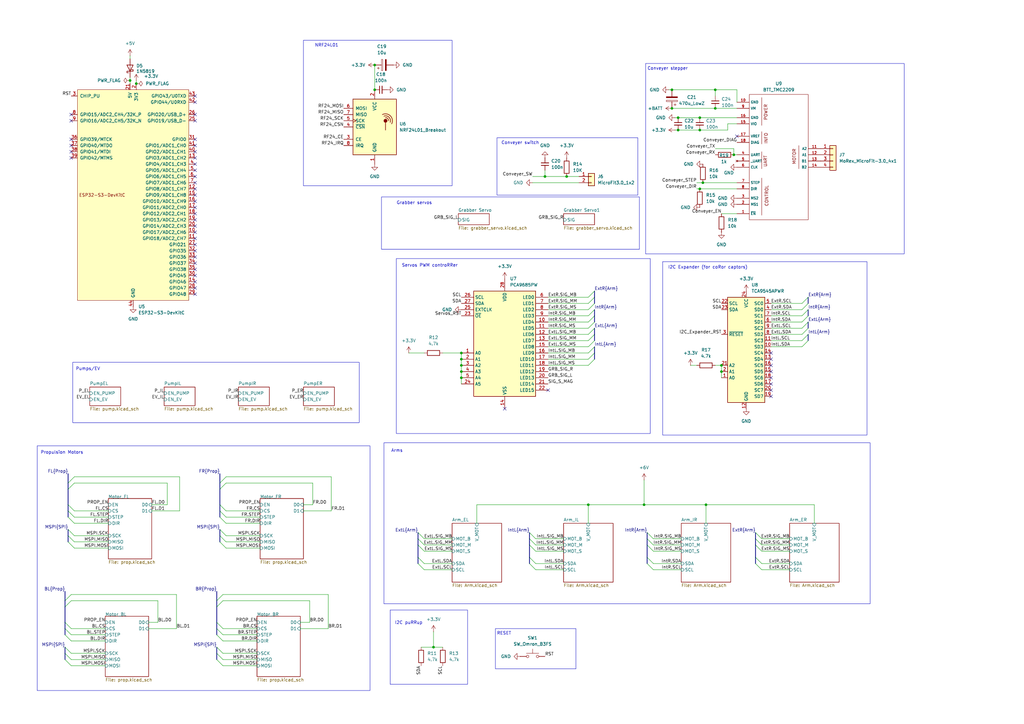
<source format=kicad_sch>
(kicad_sch (version 20250114) (generator "eeschema") (generator_version "9.0")
  (paper "A3")
  (title_block (title "Logic") (date "2025-12-30") (rev "1") (company "Game Team SLSC"))
  (bus_alias "Arm" (members "SDA" "SCL" "SIG_MB" "SIG_MM" "SIG_MS"))
  (bus_alias "SPI" (members "MISO" "MOSI" "SCK"))
  (rectangle (start 29.845 148.59) (end 147.32 173.355))
  (rectangle (start 203.835 56.515) (end 261.62 80.01))
  (rectangle (start 203.2 257.81) (end 236.22 274.32))
  (rectangle (start 156.464 80.772) (end 262.255 102.235))
  (rectangle (start 124.46 16.51) (end 185.42 76.2))
  (rectangle (start 157.48 181.61) (end 356.87 247.65))
  (rectangle (start 15.24 182.88) (end 151.765 283.21))
  (rectangle (start 271.78 107.315) (end 355.6 178.435))
  (rectangle (start 162.56 106.045) (end 266.7 177.8))
  (rectangle (start 160.02 250.19) (end 191.77 280.67))
  (rectangle (start 264.795 26.035) (end 370.84 104.14))
  (text "Pumps/EV\n" (at 36.068 151.384 0) (effects (font (size 1.27 1.27))))
  (text "Conveyer stepper" (at 273.812 28.194 0) (effects (font (size 1.27 1.27))))
  (text "Conveyer switch\n" (at 213.36 58.674 0) (effects (font (size 1.27 1.27))))
  (text "I2C puRRup" (at 167.64 255.524 0) (effects (font (size 1.27 1.27))))
  (text "I2C Expander (for coRor captors)" (at 290.322 109.728 0) (effects (font (size 1.27 1.27))))
  (text "Propulsion Motors\n" (at 25.4 185.674 0) (effects (font (size 1.27 1.27))))
  (text "Servos PWM controRRer\n" (at 176.276 108.966 0) (effects (font (size 1.27 1.27))))
  (text "Grabber servos" (at 169.926 83.312 0) (effects (font (size 1.27 1.27))))
  (text "RESET" (at 206.756 259.842 0) (effects (font (size 1.27 1.27))))
  (text "NRF24L01\n" (at 133.985 18.669 0) (effects (font (size 1.27 1.27))))
  (text "Arms" (at 162.814 184.912 0) (effects (font (size 1.27 1.27))))
  (junction (at 293.37 44.45))
  (junction (at 275.59 44.45))
  (junction (at 189.23 152.4))
  (junction (at 55.88 34.29))
  (junction (at 241.3 207.01))
  (junction (at 53.34 33.02))
  (junction (at 289.56 207.01))
  (junction (at 223.52 72.39))
  (junction (at 189.23 147.32))
  (junction (at 189.23 149.86))
  (junction (at 287.02 48.26))
  (junction (at 288.29 74.93))
  (junction (at 189.23 144.78))
  (junction (at 177.8 265.43))
  (junction (at 293.37 36.83))
  (junction (at 295.91 152.4))
  (junction (at 278.13 48.26))
  (junction (at 264.16 207.01))
  (junction (at 275.59 36.83))
  (junction (at 153.67 26.67))
  (junction (at 287.02 53.34))
  (junction (at 232.41 72.39))
  (junction (at 295.91 149.86))
  (junction (at 300.99 63.5))
  (junction (at 153.67 36.83))
  (junction (at 278.13 53.34))
  (junction (at 189.23 154.94))
  (junction (at 287.02 77.47))
  (no_connect (at 80.01 85.09))
  (no_connect (at 29.21 46.99))
  (no_connect (at 80.01 46.99))
  (no_connect (at 80.01 77.47))
  (no_connect (at 316.23 157.48))
  (no_connect (at 80.01 107.95))
  (no_connect (at 316.23 144.78))
  (no_connect (at 316.23 162.56))
  (no_connect (at 29.21 59.69))
  (no_connect (at 29.21 49.53))
  (no_connect (at 80.01 62.23))
  (no_connect (at 80.01 118.11))
  (no_connect (at 80.01 49.53))
  (no_connect (at 80.01 102.87))
  (no_connect (at 80.01 41.91))
  (no_connect (at 80.01 87.63))
  (no_connect (at 80.01 59.69))
  (no_connect (at 80.01 105.41))
  (no_connect (at 80.01 113.03))
  (no_connect (at 29.21 62.23))
  (no_connect (at 80.01 82.55))
  (no_connect (at 316.23 147.32))
  (no_connect (at 80.01 69.85))
  (no_connect (at 29.21 57.15))
  (no_connect (at 80.01 95.25))
  (no_connect (at 80.01 120.65))
  (no_connect (at 207.01 167.64))
  (no_connect (at 80.01 80.01))
  (no_connect (at 80.01 74.93))
  (no_connect (at 80.01 57.15))
  (no_connect (at 80.01 90.17))
  (no_connect (at 80.01 92.71))
  (no_connect (at 316.23 149.86))
  (no_connect (at 224.79 160.02))
  (no_connect (at 29.21 64.77))
  (no_connect (at 316.23 154.94))
  (no_connect (at 80.01 64.77))
  (no_connect (at 80.01 97.79))
  (no_connect (at 316.23 152.4))
  (no_connect (at 80.01 110.49))
  (no_connect (at 80.01 39.37))
  (no_connect (at 80.01 67.31))
  (no_connect (at 302.26 55.88))
  (no_connect (at 80.01 72.39))
  (no_connect (at 80.01 115.57))
  (no_connect (at 316.23 160.02))
  (no_connect (at 80.01 100.33))
  (bus_entry (at 90.17 219.71) (size 2.54 2.54))
  (bus_entry (at 26.67 270.51) (size 2.54 2.54))
  (bus_entry (at 171.45 231.14) (size 2.54 2.54))
  (bus_entry (at 171.45 228.6) (size 2.54 2.54))
  (bus_entry (at 88.9 246.38) (size 2.54 -2.54))
  (bus_entry (at 27.94 222.25) (size 2.54 2.54))
  (bus_entry (at 27.94 209.55) (size 2.54 2.54))
  (bus_entry (at 243.84 142.24) (size -2.54 2.54))
  (bus_entry (at 243.84 134.62) (size -2.54 2.54))
  (bus_entry (at 243.84 121.92) (size -2.54 2.54))
  (bus_entry (at 171.45 223.52) (size 2.54 2.54))
  (bus_entry (at 243.84 147.32) (size -2.54 2.54))
  (bus_entry (at 88.9 255.27) (size 2.54 2.54))
  (bus_entry (at 243.84 124.46) (size -2.54 2.54))
  (bus_entry (at 27.94 212.09) (size 2.54 2.54))
  (bus_entry (at 26.67 255.27) (size 2.54 2.54))
  (bus_entry (at 309.88 220.98) (size 2.54 2.54))
  (bus_entry (at 90.17 212.09) (size 2.54 2.54))
  (bus_entry (at 265.43 223.52) (size 2.54 2.54))
  (bus_entry (at 90.17 200.66) (size 2.54 -2.54))
  (bus_entry (at 243.84 132.08) (size -2.54 2.54))
  (bus_entry (at 26.67 267.97) (size 2.54 2.54))
  (bus_entry (at 331.47 137.16) (size -2.54 2.54))
  (bus_entry (at 243.84 137.16) (size -2.54 2.54))
  (bus_entry (at 309.88 218.44) (size 2.54 2.54))
  (bus_entry (at 90.17 207.01) (size 2.54 2.54))
  (bus_entry (at 88.9 267.97) (size 2.54 2.54))
  (bus_entry (at 309.88 231.14) (size 2.54 2.54))
  (bus_entry (at 217.17 220.98) (size 2.54 2.54))
  (bus_entry (at 243.84 144.78) (size -2.54 2.54))
  (bus_entry (at 331.47 129.54) (size -2.54 2.54))
  (bus_entry (at 331.47 127) (size -2.54 2.54))
  (bus_entry (at 243.84 127) (size -2.54 2.54))
  (bus_entry (at 88.9 270.51) (size 2.54 2.54))
  (bus_entry (at 26.67 265.43) (size 2.54 2.54))
  (bus_entry (at 26.67 260.35) (size 2.54 2.54))
  (bus_entry (at 90.17 209.55) (size 2.54 2.54))
  (bus_entry (at 309.88 228.6) (size 2.54 2.54))
  (bus_entry (at 171.45 220.98) (size 2.54 2.54))
  (bus_entry (at 90.17 222.25) (size 2.54 2.54))
  (bus_entry (at 243.84 129.54) (size -2.54 2.54))
  (bus_entry (at 265.43 218.44) (size 2.54 2.54))
  (bus_entry (at 217.17 223.52) (size 2.54 2.54))
  (bus_entry (at 27.94 219.71) (size 2.54 2.54))
  (bus_entry (at 26.67 248.92) (size 2.54 -2.54))
  (bus_entry (at 243.84 119.38) (size -2.54 2.54))
  (bus_entry (at 26.67 257.81) (size 2.54 2.54))
  (bus_entry (at 331.47 121.92) (size -2.54 2.54))
  (bus_entry (at 27.94 217.17) (size 2.54 2.54))
  (bus_entry (at 27.94 198.12) (size 2.54 -2.54))
  (bus_entry (at 26.67 246.38) (size 2.54 -2.54))
  (bus_entry (at 88.9 265.43) (size 2.54 2.54))
  (bus_entry (at 27.94 200.66) (size 2.54 -2.54))
  (bus_entry (at 171.45 218.44) (size 2.54 2.54))
  (bus_entry (at 88.9 257.81) (size 2.54 2.54))
  (bus_entry (at 309.88 223.52) (size 2.54 2.54))
  (bus_entry (at 88.9 260.35) (size 2.54 2.54))
  (bus_entry (at 217.17 218.44) (size 2.54 2.54))
  (bus_entry (at 331.47 134.62) (size -2.54 2.54))
  (bus_entry (at 88.9 248.92) (size 2.54 -2.54))
  (bus_entry (at 90.17 217.17) (size 2.54 2.54))
  (bus_entry (at 265.43 228.6) (size 2.54 2.54))
  (bus_entry (at 331.47 132.08) (size -2.54 2.54))
  (bus_entry (at 265.43 220.98) (size 2.54 2.54))
  (bus_entry (at 27.94 207.01) (size 2.54 2.54))
  (bus_entry (at 90.17 198.12) (size 2.54 -2.54))
  (bus_entry (at 217.17 228.6) (size 2.54 2.54))
  (bus_entry (at 265.43 231.14) (size 2.54 2.54))
  (bus_entry (at 331.47 124.46) (size -2.54 2.54))
  (bus_entry (at 331.47 139.7) (size -2.54 2.54))
  (bus_entry (at 217.17 231.14) (size 2.54 2.54))
  (bus_entry (at 243.84 139.7) (size -2.54 2.54))
  (wire (pts (xy 316.23 127) (xy 328.93 127)))
  (wire (pts (xy 91.44 270.51) (xy 105.41 270.51)))
  (wire (pts (xy 92.71 214.63) (xy 106.68 214.63)))
  (wire (pts (xy 72.39 243.84) (xy 72.39 257.81)))
  (wire (pts (xy 68.58 207.01) (xy 68.58 198.12)))
  (wire (pts (xy 30.48 219.71) (xy 44.45 219.71)))
  (bus (pts (xy 243.84 134.62) (xy 243.84 137.16)))
  (bus (pts (xy 88.9 257.81) (xy 88.9 260.35)))
  (bus (pts (xy 309.88 220.98) (xy 309.88 223.52)))
  (bus (pts (xy 243.84 119.38) (xy 243.84 121.92)))
  (bus (pts (xy 26.67 242.57) (xy 26.67 246.38)))
  (wire (pts (xy 53.34 31.75) (xy 53.34 33.02)))
  (wire (pts (xy 285.75 149.86) (xy 283.21 149.86)))
  (wire (pts (xy 316.23 137.16) (xy 328.93 137.16)))
  (wire (pts (xy 276.86 53.34) (xy 278.13 53.34)))
  (wire (pts (xy 312.42 220.98) (xy 323.85 220.98)))
  (wire (pts (xy 316.23 142.24) (xy 328.93 142.24)))
  (wire (pts (xy 173.99 226.06) (xy 185.42 226.06)))
  (wire (pts (xy 29.21 257.81) (xy 43.18 257.81)))
  (wire (pts (xy 224.79 134.62) (xy 241.3 134.62)))
  (wire (pts (xy 298.45 50.8) (xy 302.26 50.8)))
  (wire (pts (xy 135.89 195.58) (xy 135.89 209.55)))
  (bus (pts (xy 243.84 137.16) (xy 243.84 139.7)))
  (wire (pts (xy 241.3 207.01) (xy 264.16 207.01)))
  (wire (pts (xy 312.42 231.14) (xy 323.85 231.14)))
  (wire (pts (xy 92.71 219.71) (xy 106.68 219.71)))
  (bus (pts (xy 309.88 218.44) (xy 309.88 220.98)))
  (wire (pts (xy 29.21 260.35) (xy 43.18 260.35)))
  (wire (pts (xy 128.27 207.01) (xy 128.27 198.12)))
  (bus (pts (xy 90.17 194.31) (xy 90.17 198.12)))
  (wire (pts (xy 300.99 60.96) (xy 300.99 63.5)))
  (wire (pts (xy 219.71 223.52) (xy 231.14 223.52)))
  (bus (pts (xy 88.9 248.92) (xy 88.9 255.27)))
  (wire (pts (xy 224.79 142.24) (xy 241.3 142.24)))
  (bus (pts (xy 27.94 198.12) (xy 27.94 200.66)))
  (wire (pts (xy 224.79 144.78) (xy 241.3 144.78)))
  (wire (pts (xy 293.37 36.83) (xy 302.26 36.83)))
  (bus (pts (xy 88.9 246.38) (xy 88.9 248.92)))
  (wire (pts (xy 316.23 139.7) (xy 328.93 139.7)))
  (wire (pts (xy 53.34 33.02) (xy 53.34 34.29)))
  (wire (pts (xy 276.86 48.26) (xy 278.13 48.26)))
  (wire (pts (xy 302.26 36.83) (xy 302.26 41.91)))
  (wire (pts (xy 267.97 231.14) (xy 279.4 231.14)))
  (wire (pts (xy 135.89 209.55) (xy 124.46 209.55)))
  (bus (pts (xy 265.43 220.98) (xy 265.43 223.52)))
  (wire (pts (xy 224.79 124.46) (xy 241.3 124.46)))
  (wire (pts (xy 64.77 255.27) (xy 64.77 246.38)))
  (bus (pts (xy 27.94 217.17) (xy 27.94 219.71)))
  (wire (pts (xy 287.02 48.26) (xy 302.26 48.26)))
  (wire (pts (xy 278.13 53.34) (xy 287.02 53.34)))
  (wire (pts (xy 30.48 195.58) (xy 73.66 195.58)))
  (wire (pts (xy 295.91 87.63) (xy 302.26 87.63)))
  (wire (pts (xy 68.58 198.12) (xy 30.48 198.12)))
  (wire (pts (xy 73.66 195.58) (xy 73.66 209.55)))
  (bus (pts (xy 26.67 267.97) (xy 26.67 270.51)))
  (wire (pts (xy 173.99 144.78) (xy 167.64 144.78)))
  (wire (pts (xy 30.48 222.25) (xy 44.45 222.25)))
  (wire (pts (xy 91.44 273.05) (xy 105.41 273.05)))
  (wire (pts (xy 64.77 246.38) (xy 29.21 246.38)))
  (bus (pts (xy 217.17 220.98) (xy 217.17 223.52)))
  (bus (pts (xy 171.45 220.98) (xy 171.45 223.52)))
  (wire (pts (xy 55.88 33.02) (xy 55.88 34.29)))
  (wire (pts (xy 92.71 212.09) (xy 106.68 212.09)))
  (bus (pts (xy 217.17 218.44) (xy 217.17 220.98)))
  (wire (pts (xy 91.44 267.97) (xy 105.41 267.97)))
  (bus (pts (xy 243.84 144.78) (xy 243.84 147.32)))
  (wire (pts (xy 312.42 223.52) (xy 323.85 223.52)))
  (bus (pts (xy 309.88 228.6) (xy 309.88 231.14)))
  (bus (pts (xy 331.47 132.08) (xy 331.47 134.62)))
  (wire (pts (xy 64.77 255.27) (xy 60.96 255.27)))
  (wire (pts (xy 275.59 44.45) (xy 293.37 44.45)))
  (wire (pts (xy 92.71 209.55) (xy 106.68 209.55)))
  (wire (pts (xy 316.23 134.62) (xy 328.93 134.62)))
  (wire (pts (xy 127 255.27) (xy 123.19 255.27)))
  (bus (pts (xy 243.84 129.54) (xy 243.84 132.08)))
  (wire (pts (xy 224.79 149.86) (xy 241.3 149.86)))
  (wire (pts (xy 92.71 222.25) (xy 106.68 222.25)))
  (wire (pts (xy 62.23 209.55) (xy 73.66 209.55)))
  (wire (pts (xy 285.75 74.93) (xy 288.29 74.93)))
  (wire (pts (xy 264.16 207.01) (xy 289.56 207.01)))
  (wire (pts (xy 62.23 207.01) (xy 68.58 207.01)))
  (wire (pts (xy 293.37 36.83) (xy 293.37 39.37)))
  (bus (pts (xy 26.67 257.81) (xy 26.67 260.35)))
  (bus (pts (xy 243.84 127) (xy 243.84 129.54)))
  (wire (pts (xy 173.99 231.14) (xy 185.42 231.14)))
  (wire (pts (xy 30.48 224.79) (xy 44.45 224.79)))
  (wire (pts (xy 195.58 207.01) (xy 195.58 214.63)))
  (wire (pts (xy 289.56 214.63) (xy 289.56 207.01)))
  (bus (pts (xy 331.47 121.92) (xy 331.47 124.46)))
  (bus (pts (xy 331.47 137.16) (xy 331.47 139.7)))
  (wire (pts (xy 92.71 224.79) (xy 106.68 224.79)))
  (wire (pts (xy 91.44 262.89) (xy 105.41 262.89)))
  (wire (pts (xy 91.44 260.35) (xy 105.41 260.35)))
  (wire (pts (xy 288.29 74.93) (xy 302.26 74.93)))
  (wire (pts (xy 334.01 207.01) (xy 289.56 207.01)))
  (wire (pts (xy 29.21 243.84) (xy 72.39 243.84)))
  (wire (pts (xy 224.79 137.16) (xy 241.3 137.16)))
  (bus (pts (xy 90.17 219.71) (xy 90.17 222.25)))
  (wire (pts (xy 287.02 53.34) (xy 298.45 53.34)))
  (bus (pts (xy 243.84 121.92) (xy 243.84 124.46)))
  (wire (pts (xy 189.23 154.94) (xy 189.23 157.48)))
  (bus (pts (xy 217.17 223.52) (xy 217.17 228.6)))
  (wire (pts (xy 334.01 214.63) (xy 334.01 207.01)))
  (wire (pts (xy 29.21 273.05) (xy 43.18 273.05)))
  (bus (pts (xy 171.45 218.44) (xy 171.45 220.98)))
  (wire (pts (xy 153.67 26.67) (xy 153.67 36.83)))
  (wire (pts (xy 91.44 257.81) (xy 105.41 257.81)))
  (bus (pts (xy 90.17 200.66) (xy 90.17 207.01)))
  (wire (pts (xy 264.16 196.85) (xy 264.16 207.01)))
  (bus (pts (xy 26.67 255.27) (xy 26.67 257.81)))
  (bus (pts (xy 26.67 246.38) (xy 26.67 248.92)))
  (wire (pts (xy 300.99 63.5) (xy 302.26 63.5)))
  (wire (pts (xy 293.37 149.86) (xy 295.91 149.86)))
  (bus (pts (xy 331.47 127) (xy 331.47 129.54)))
  (wire (pts (xy 177.8 265.43) (xy 181.61 265.43)))
  (wire (pts (xy 287.02 77.47) (xy 302.26 77.47)))
  (wire (pts (xy 274.32 36.83) (xy 275.59 36.83)))
  (bus (pts (xy 265.43 223.52) (xy 265.43 228.6)))
  (wire (pts (xy 30.48 212.09) (xy 44.45 212.09)))
  (wire (pts (xy 224.79 129.54) (xy 241.3 129.54)))
  (wire (pts (xy 224.79 121.92) (xy 241.3 121.92)))
  (wire (pts (xy 218.44 74.93) (xy 237.49 74.93)))
  (wire (pts (xy 241.3 214.63) (xy 241.3 207.01)))
  (wire (pts (xy 173.99 220.98) (xy 185.42 220.98)))
  (wire (pts (xy 224.79 127) (xy 241.3 127)))
  (wire (pts (xy 316.23 124.46) (xy 328.93 124.46)))
  (wire (pts (xy 92.71 195.58) (xy 135.89 195.58)))
  (wire (pts (xy 219.71 231.14) (xy 231.14 231.14)))
  (wire (pts (xy 181.61 144.78) (xy 189.23 144.78)))
  (wire (pts (xy 219.71 226.06) (xy 231.14 226.06)))
  (wire (pts (xy 128.27 198.12) (xy 92.71 198.12)))
  (wire (pts (xy 267.97 223.52) (xy 279.4 223.52)))
  (wire (pts (xy 267.97 226.06) (xy 279.4 226.06)))
  (bus (pts (xy 88.9 255.27) (xy 88.9 257.81)))
  (wire (pts (xy 128.27 207.01) (xy 124.46 207.01)))
  (bus (pts (xy 171.45 223.52) (xy 171.45 228.6)))
  (wire (pts (xy 232.41 72.39) (xy 237.49 72.39)))
  (wire (pts (xy 29.21 267.97) (xy 43.18 267.97)))
  (wire (pts (xy 223.52 69.85) (xy 223.52 72.39)))
  (wire (pts (xy 172.72 265.43) (xy 177.8 265.43)))
  (wire (pts (xy 278.13 48.26) (xy 287.02 48.26)))
  (bus (pts (xy 90.17 207.01) (xy 90.17 209.55)))
  (wire (pts (xy 195.58 207.01) (xy 241.3 207.01)))
  (wire (pts (xy 312.42 226.06) (xy 323.85 226.06)))
  (bus (pts (xy 90.17 198.12) (xy 90.17 200.66)))
  (bus (pts (xy 27.94 209.55) (xy 27.94 212.09)))
  (wire (pts (xy 30.48 214.63) (xy 44.45 214.63)))
  (wire (pts (xy 223.52 72.39) (xy 232.41 72.39)))
  (wire (pts (xy 316.23 132.08) (xy 328.93 132.08)))
  (wire (pts (xy 29.21 270.51) (xy 43.18 270.51)))
  (wire (pts (xy 189.23 147.32) (xy 189.23 149.86)))
  (wire (pts (xy 293.37 60.96) (xy 300.99 60.96)))
  (wire (pts (xy 219.71 233.68) (xy 231.14 233.68)))
  (bus (pts (xy 26.67 248.92) (xy 26.67 255.27)))
  (wire (pts (xy 53.34 22.86) (xy 53.34 24.13)))
  (wire (pts (xy 285.75 77.47) (xy 287.02 77.47)))
  (bus (pts (xy 27.94 219.71) (xy 27.94 222.25)))
  (bus (pts (xy 27.94 194.31) (xy 27.94 198.12)))
  (bus (pts (xy 265.43 228.6) (xy 265.43 231.14)))
  (bus (pts (xy 88.9 242.57) (xy 88.9 246.38)))
  (bus (pts (xy 27.94 207.01) (xy 27.94 209.55)))
  (wire (pts (xy 298.45 53.34) (xy 298.45 50.8)))
  (bus (pts (xy 90.17 217.17) (xy 90.17 219.71)))
  (wire (pts (xy 312.42 233.68) (xy 323.85 233.68)))
  (wire (pts (xy 127 246.38) (xy 91.44 246.38)))
  (wire (pts (xy 173.99 223.52) (xy 185.42 223.52)))
  (bus (pts (xy 171.45 228.6) (xy 171.45 231.14)))
  (wire (pts (xy 295.91 152.4) (xy 295.91 154.94)))
  (wire (pts (xy 173.99 233.68) (xy 185.42 233.68)))
  (wire (pts (xy 224.79 147.32) (xy 241.3 147.32)))
  (wire (pts (xy 267.97 220.98) (xy 279.4 220.98)))
  (wire (pts (xy 134.62 257.81) (xy 123.19 257.81)))
  (wire (pts (xy 224.79 132.08) (xy 241.3 132.08)))
  (bus (pts (xy 88.9 265.43) (xy 88.9 267.97)))
  (wire (pts (xy 189.23 152.4) (xy 189.23 154.94)))
  (wire (pts (xy 177.8 265.43) (xy 177.8 259.08)))
  (bus (pts (xy 26.67 265.43) (xy 26.67 267.97)))
  (wire (pts (xy 72.39 257.81) (xy 60.96 257.81)))
  (bus (pts (xy 265.43 218.44) (xy 265.43 220.98)))
  (bus (pts (xy 90.17 209.55) (xy 90.17 212.09)))
  (bus (pts (xy 309.88 223.52) (xy 309.88 228.6)))
  (wire (pts (xy 293.37 44.45) (xy 302.26 44.45)))
  (wire (pts (xy 134.62 243.84) (xy 134.62 257.81)))
  (wire (pts (xy 295.91 149.86) (xy 295.91 152.4)))
  (wire (pts (xy 316.23 129.54) (xy 328.93 129.54)))
  (bus (pts (xy 88.9 267.97) (xy 88.9 270.51)))
  (wire (pts (xy 91.44 243.84) (xy 134.62 243.84)))
  (wire (pts (xy 189.23 144.78) (xy 189.23 147.32)))
  (wire (pts (xy 30.48 209.55) (xy 44.45 209.55)))
  (wire (pts (xy 127 255.27) (xy 127 246.38)))
  (bus (pts (xy 217.17 228.6) (xy 217.17 231.14)))
  (wire (pts (xy 224.79 139.7) (xy 241.3 139.7)))
  (wire (pts (xy 189.23 149.86) (xy 189.23 152.4)))
  (wire (pts (xy 267.97 233.68) (xy 279.4 233.68)))
  (wire (pts (xy 29.21 262.89) (xy 43.18 262.89)))
  (bus (pts (xy 27.94 200.66) (xy 27.94 207.01)))
  (bus (pts (xy 243.84 142.24) (xy 243.84 144.78)))
  (wire (pts (xy 218.44 72.39) (xy 223.52 72.39)))
  (wire (pts (xy 275.59 36.83) (xy 293.37 36.83)))
  (wire (pts (xy 219.71 220.98) (xy 231.14 220.98)))
  (label "ExtR.SCL" (at 323.85 233.68 180))
  (label "EV_IL" (at 67.31 163.83 180))
  (label "ExtL.SIG_MS" (at 185.42 226.06 180))
  (label "BL.D0" (at 64.77 255.27 0))
  (label "RF24_MISO" (at 140.97 46.99 180))
  (label "Conveyer_SW" (at 218.44 72.39 180))
  (label "IntL.SIG_MB" (at 224.79 144.78 0))
  (label "IntR.SDA" (at 279.4 231.14 180))
  (label "BR.D0" (at 127 255.27 0))
  (label "Servos_RST" (at 189.23 129.54 180))
  (label "ExtR{Arm}" (at 331.47 121.92 0))
  (label "ExtR.SIG_MB" (at 224.79 121.92 0))
  (label "PROP_EN" (at 43.18 255.27 180))
  (label "Conveyer_EN" (at 295.91 87.63 180))
  (label "MSPI.MOSI" (at 43.18 273.05 180))
  (label "IntL.SIG_MM" (at 224.79 147.32 0))
  (label "ExtL.SIG_MM" (at 224.79 139.7 0))
  (label "ExtL.SDA" (at 185.42 231.14 180))
  (label "IntR.SIG_MM" (at 279.4 223.52 180))
  (label "IntR.SIG_MS" (at 279.4 226.06 180))
  (label "FR.STEP" (at 106.68 212.09 180))
  (label "P_IR" (at 97.79 161.29 180))
  (label "IntR.SIG_MB" (at 279.4 220.98 180))
  (label "GRB_SIG_L" (at 224.79 154.94 0))
  (label "FR{Prop}" (at 90.17 194.31 180))
  (label "ExtR{Arm}" (at 309.88 218.44 180))
  (label "BR.DIR" (at 105.41 262.89 180))
  (label "MSPI.MISO" (at 106.68 222.25 180))
  (label "ExtR{Arm}" (at 243.84 119.38 0))
  (label "FL.STEP" (at 44.45 212.09 180))
  (label "IntR.SIG_MM" (at 224.79 132.08 0))
  (label "SIG_S_MAG" (at 224.79 157.48 0))
  (label "MSPI.SCK" (at 106.68 219.71 180))
  (label "BR.D1" (at 134.62 257.81 0))
  (label "SDA" (at 189.23 124.46 180))
  (label "RST" (at 223.52 269.24 0))
  (label "ExtR.SDA" (at 323.85 231.14 180))
  (label "IntL.SDA" (at 316.23 142.24 0))
  (label "FL.D0" (at 62.23 207.01 0))
  (label "RF24_CSN" (at 140.97 52.07 180))
  (label "ExtL.SCL" (at 185.42 233.68 180))
  (label "BR{Prop}" (at 88.9 242.57 180))
  (label "Conveyer_DIR" (at 285.75 77.47 180))
  (label "GRB_SIG_L" (at 187.96 90.17 180))
  (label "Conveyer_DIAG" (at 302.26 58.42 180))
  (label "RF24_IRQ" (at 140.97 59.69 180))
  (label "Conveyer_STEP" (at 285.75 74.93 180))
  (label "BR.CS" (at 105.41 257.81 180))
  (label "I2C_Expander_RST" (at 295.91 137.16 180))
  (label "BL.DIR" (at 43.18 262.89 180))
  (label "ExtL.SIG_MB" (at 185.42 220.98 180))
  (label "IntL{Arm}" (at 243.84 142.24 0))
  (label "FR.D1" (at 135.89 209.55 0))
  (label "ExtL.SIG_MM" (at 185.42 223.52 180))
  (label "PROP_EN" (at 106.68 207.01 180))
  (label "MSPI.SCK" (at 105.41 267.97 180))
  (label "ExtR.SIG_MM" (at 323.85 223.52 180))
  (label "MSPI.MOSI" (at 106.68 224.79 180))
  (label "MSPI{SPI}" (at 27.94 217.17 180))
  (label "FL.D1" (at 62.23 209.55 0))
  (label "RF24_MOSI" (at 140.97 44.45 180))
  (label "RF24_SCK" (at 140.97 49.53 180))
  (label "RF24_CE" (at 140.97 57.15 180))
  (label "GRB_SIG_R" (at 231.14 90.17 180))
  (label "BL.STEP" (at 43.18 260.35 180))
  (label "MSPI.MISO" (at 44.45 222.25 180))
  (label "EV_IR" (at 97.79 163.83 180))
  (label "ExtR.SIG_MS" (at 224.79 127 0))
  (label "IntL.SDA" (at 231.14 231.14 180))
  (label "IntL.SIG_MS" (at 231.14 226.06 180))
  (label "Conveyer_TX" (at 293.37 60.96 180))
  (label "ExtR.SIG_MB" (at 323.85 220.98 180))
  (label "ExtL.SIG_MS" (at 224.79 142.24 0))
  (label "EV_EL" (at 36.83 163.83 180))
  (label "ExtR.SCL" (at 316.23 124.46 0))
  (label "SCL" (at 181.61 273.05 270))
  (label "BR.STEP" (at 105.41 260.35 180))
  (label "ExtL{Arm}" (at 171.45 218.44 180))
  (label "MSPI{SPI}" (at 90.17 217.17 180))
  (label "IntL.SIG_MB" (at 231.14 220.98 180))
  (label "FL.DIR" (at 44.45 214.63 180))
  (label "SDA" (at 172.72 273.05 270))
  (label "ExtL{Arm}" (at 331.47 132.08 0))
  (label "FL{Prop}" (at 27.94 194.31 180))
  (label "BL.CS" (at 43.18 257.81 180))
  (label "PROP_EN" (at 105.41 255.27 180))
  (label "ExtL.SDA" (at 316.23 137.16 0))
  (label "IntL.SIG_MS" (at 224.79 149.86 0))
  (label "EV_ER" (at 124.46 163.83 180))
  (label "ExtL.SCL" (at 316.23 134.62 0))
  (label "P_ER" (at 124.46 161.29 180))
  (label "ExtL{Arm}" (at 243.84 134.62 0))
  (label "Conveyer_RX" (at 293.37 63.5 180))
  (label "MSPI.MISO" (at 105.41 270.51 180))
  (label "ExtL.SIG_MB" (at 224.79 137.16 0))
  (label "FR.DIR" (at 106.68 214.63 180))
  (label "BL.D1" (at 72.39 257.81 0))
  (label "IntR.SIG_MS" (at 224.79 134.62 0))
  (label "IntL.SCL" (at 231.14 233.68 180))
  (label "FR.D0" (at 128.27 207.01 0))
  (label "IntL{Arm}" (at 217.17 218.44 180))
  (label "SCL" (at 189.23 121.92 180))
  (label "IntR{Arm}" (at 265.43 218.44 180))
  (label "ExtR.SIG_MS" (at 323.85 226.06 180))
  (label "MSPI.SCK" (at 43.18 267.97 180))
  (label "IntL{Arm}" (at 331.47 137.16 0))
  (label "MSPI.MOSI" (at 105.41 273.05 180))
  (label "IntR.SCL" (at 316.23 129.54 0))
  (label "IntR.SCL" (at 279.4 233.68 180))
  (label "IntR{Arm}" (at 331.47 127 0))
  (label "SCL" (at 295.91 124.46 180))
  (label "IntR{Arm}" (at 243.84 127 0))
  (label "P_IL" (at 67.31 161.29 180))
  (label "MSPI{SPI}" (at 26.67 265.43 180))
  (label "PROP_EN" (at 44.45 207.01 180))
  (label "ExtR.SIG_MM" (at 224.79 124.46 0))
  (label "IntR.SDA" (at 316.23 132.08 0))
  (label "IntR.SIG_MB" (at 224.79 129.54 0))
  (label "IntL.SCL" (at 316.23 139.7 0))
  (label "P_EL" (at 36.83 161.29 180))
  (label "GRB_SIG_R" (at 224.79 152.4 0))
  (label "SDA" (at 295.91 127 180))
  (label "FR.CS" (at 106.68 209.55 180))
  (label "MSPI.MISO" (at 43.18 270.51 180))
  (label "RST" (at 29.21 39.37 180))
  (label "FL.CS" (at 44.45 209.55 180))
  (label "ExtR.SDA" (at 316.23 127 0))
  (label "IntL.SIG_MM" (at 231.14 223.52 180))
  (label "MSPI{SPI}" (at 88.9 265.43 180))
  (label "MSPI.SCK" (at 44.45 219.71 180))
  (label "BL{Prop}" (at 26.67 242.57 180))
  (label "MSPI.MOSI" (at 44.45 224.79 180))
  (symbol (lib_id "power:GND") (at 287.02 85.09 270) (unit 1)
    (property "Reference" "#PWR056" (effects (hide yes)))
    (property "Value" "GND" (at 283.21 85.0899 90) (effects (justify right)))
    (property "Description" "Power symbol creates a global label with name \"GND\" , ground" (effects (hide yes)))
  )
  (symbol (lib_id "power:+5V") (at 207.01 114.3 0) (unit 1)
    (property "Reference" "#PWR045" (effects (hide yes)))
    (property "Value" "+3.3V" (at 207.01 109.22 0))
    (property "Description" "Power symbol creates a global label with name \"+5V\"" (effects (hide yes)))
  )
  (symbol (lib_id "Switch:SW_Omron_B3FS") (at 218.44 269.24 0) (unit 1)
    (property "Reference" "SW1" (at 218.44 261.62 0))
    (property "Value" "SW_Omron_B3FS" (at 218.44 264.16 0))
    (property "Datasheet" "https://omronfs.omron.com/en_US/ecb/products/pdf/en-b3fs.pdf" (effects (hide yes)))
    (property "Description" "Omron B3FS 6x6mm single pole normally-open tactile switch" (effects (hide yes)))
  )
  (symbol (lib_id "power:GND") (at 306.07 167.64 0) (unit 1)
    (property "Reference" "#PWR063" (effects (hide yes)))
    (property "Value" "GND" (at 306.07 172.72 0))
    (property "Description" "Power symbol creates a global label with name \"GND\" , ground" (effects (hide yes)))
  )
  (symbol (lib_id "power:GND") (at 158.75 36.83 90) (unit 1)
    (property "Reference" "#PWR040" (effects (hide yes)))
    (property "Value" "GND" (at 162.56 36.8299 90) (effects (justify right)))
    (property "Description" "Power symbol creates a global label with name \"GND\" , ground" (effects (hide yes)))
  )
  (symbol (lib_id "Device:R") (at 181.61 269.24 0) (unit 1)
    (property "Reference" "R13" (at 184.15 267.9699 0) (effects (justify left)))
    (property "Value" "4.7k" (at 184.15 270.5099 0) (effects (justify left)))
    (property "Description" "Resistor" (effects (hide yes)))
  )
  (symbol (lib_id "Device:R") (at 172.72 269.24 0) (unit 1)
    (property "Reference" "R11" (at 175.26 267.9699 0) (effects (justify left)))
    (property "Value" "4.7k" (at 175.26 270.5099 0) (effects (justify left)))
    (property "Description" "Resistor" (effects (hide yes)))
  )
  (symbol (lib_id "Device:C_Small") (at 156.21 36.83 90) (unit 1)
    (property "Reference" "C18" (at 156.2163 30.48 90))
    (property "Value" "100n" (at 156.2163 33.02 90))
    (property "Description" "Unpolarized capacitor, small symbol" (effects (hide yes)))
  )
  (symbol (lib_id "power:GND") (at 302.26 81.28 270) (unit 1)
    (property "Reference" "#PWR060" (effects (hide yes)))
    (property "Value" "GND" (at 298.45 81.2799 90) (effects (justify right)))
    (property "Description" "Power symbol creates a global label with name \"GND\" , ground" (effects (hide yes)))
  )
  (symbol (lib_id "power:GND") (at 302.26 83.82 270) (unit 1)
    (property "Reference" "#PWR061" (effects (hide yes)))
    (property "Value" "GND" (at 298.45 83.8199 90) (effects (justify right)))
    (property "Description" "Power symbol creates a global label with name \"GND\" , ground" (effects (hide yes)))
  )
  (symbol (lib_id "power:+3.3V") (at 55.88 33.02 0) (unit 1)
    (property "Reference" "#PWR037" (effects (hide yes)))
    (property "Value" "+3.3V" (at 61.976 31.242 0))
    (property "Description" "Power symbol creates a global label with name \"+3.3V\"" (effects (hide yes)))
  )
  (symbol (lib_id "power:GND") (at 54.61 125.73 0) (unit 1)
    (property "Reference" "#PWR036" (effects (hide yes)))
    (property "Value" "GND" (at 54.61 130.81 0))
    (property "Description" "Power symbol creates a global label with name \"GND\" , ground" (effects (hide yes)))
  )
  (symbol (lib_id "power:PWR_FLAG") (at 53.34 33.02 90) (unit 1)
    (property "Reference" "#FLG05" (effects (hide yes)))
    (property "Value" "PWR_FLAG" (at 49.53 33.0199 90) (effects (justify left)))
    (property "Description" "Special symbol for telling ERC where power comes from" (effects (hide yes)))
  )
  (symbol (lib_id "Device:C_Small") (at 293.37 41.91 0) (unit 1)
    (property "Reference" "C24" (at 295.91 40.6462 0) (effects (justify left)))
    (property "Value" "100n" (at 295.91 43.1862 0) (effects (justify left)))
    (property "Description" "Unpolarized capacitor, small symbol" (effects (hide yes)))
  )
  (symbol (lib_id "power:+6V") (at 264.16 196.85 0) (unit 1)
    (property "Reference" "#PWR050" (effects (hide yes)))
    (property "Value" "+6V" (at 264.16 191.77 0))
    (property "Description" "Power symbol creates a global label with name \"+6V\"" (effects (hide yes)))
  )
  (symbol (lib_id "Device:R") (at 297.18 63.5 90) (unit 1)
    (property "Reference" "R19" (at 296.926 63.754 90))
    (property "Value" "1k" (at 296.926 66.294 90))
    (property "Description" "Resistor" (effects (hide yes)))
  )
  (symbol (lib_id "Device:R") (at 288.29 71.12 0) (unit 1)
    (property "Reference" "R16" (at 290.83 69.8499 0) (effects (justify left)))
    (property "Value" "10k" (at 290.83 72.3899 0) (effects (justify left)))
    (property "Description" "Resistor" (effects (hide yes)))
  )
  (symbol (lib_id "Device:C_Small") (at 278.13 50.8 0) (unit 1)
    (property "Reference" "C22" (at 280.67 49.5362 0) (effects (justify left)))
    (property "Value" "10u" (at 280.67 52.0762 0) (effects (justify left)))
    (property "Description" "Unpolarized capacitor, small symbol" (effects (hide yes)))
  )
  (symbol (lib_id "power:+5V") (at 167.64 144.78 0) (unit 1)
    (property "Reference" "#PWR042" (effects (hide yes)))
    (property "Value" "+3.3V" (at 167.64 139.7 0))
    (property "Description" "Power symbol creates a global label with name \"+5V\"" (effects (hide yes)))
  )
  (symbol (lib_id "Project:BTT_TMC2209") (at 307.34 90.17 0) (unit 1)
    (property "Reference" "U9" (at 319.405 34.29 0))
    (property "Value" "BTT_TMC2209" (at 319.405 36.83 0))
    (property "Footprint" "Project:TMC2209" (effects (hide yes)))
  )
  (symbol (lib_id "power:PWR_FLAG") (at 55.88 34.29 270) (unit 1)
    (property "Reference" "#FLG06" (effects (hide yes)))
    (property "Value" "PWR_FLAG" (at 59.69 34.2899 90) (effects (justify left)))
    (property "Description" "Special symbol for telling ERC where power comes from" (effects (hide yes)))
  )
  (symbol (lib_id "Device:R") (at 232.41 68.58 0) (unit 1)
    (property "Reference" "R14" (at 234.95 67.3099 0) (effects (justify left)))
    (property "Value" "10K" (at 234.95 69.8499 0) (effects (justify left)))
    (property "Description" "Resistor" (effects (hide yes)))
  )
  (symbol (lib_id "power:GND") (at 153.67 67.31 0) (unit 1)
    (property "Reference" "#PWR039" (effects (hide yes)))
    (property "Value" "GND" (at 153.67 72.39 0))
    (property "Description" "Power symbol creates a global label with name \"GND\" , ground" (effects (hide yes)))
  )
  (symbol (lib_id "power:GND") (at 276.86 48.26 270) (unit 1)
    (property "Reference" "#PWR053" (effects (hide yes)))
    (property "Value" "GND" (at 273.05 48.2599 90) (effects (justify right)))
    (property "Description" "Power symbol creates a global label with name \"GND\" , ground" (effects (hide yes)))
  )
  (symbol (lib_id "power:GND") (at 274.32 36.83 270) (unit 1)
    (property "Reference" "#PWR051" (effects (hide yes)))
    (property "Value" "GND" (at 270.51 36.8299 90) (effects (justify right)))
    (property "Description" "Power symbol creates a global label with name \"GND\" , ground" (effects (hide yes)))
  )
  (symbol (lib_id "power:+5V") (at 306.07 119.38 0) (unit 1)
    (property "Reference" "#PWR062" (effects (hide yes)))
    (property "Value" "+3.3V" (at 306.07 114.3 0))
    (property "Description" "Power symbol creates a global label with name \"+5V\"" (effects (hide yes)))
  )
  (symbol (lib_id "Connector_Generic:Conn_01x04") (at 341.63 63.5 0) (unit 1)
    (property "Reference" "J7" (at 344.17 63.4999 0) (effects (justify left)))
    (property "Value" "MoRex_MicroFit-3.0_4x1" (at 344.17 66.0399 0) (effects (justify left)))
    (property "Description" "Generic connector, single row, 01x04, script generated (kicad-library-utils/schlib/autogen/connector/)" (effects (hide yes)))
  )
  (symbol (lib_id "Device:R") (at 287.02 81.28 180) (unit 1)
    (property "Reference" "R15" (at 289.56 80.0099 0) (effects (justify right)))
    (property "Value" "10k" (at 289.56 82.5499 0) (effects (justify right)))
    (property "Footprint" "Resistor_SMD:R_0805_2012Metric_Pad1.20x1.40mm_HandSolder" (effects (hide yes)))
    (property "Description" "Resistor" (effects (hide yes)))
  )
  (symbol (lib_id "Device:C_Polarized") (at 157.48 26.67 90) (unit 1)
    (property "Reference" "C19" (at 156.591 19.05 90))
    (property "Value" "10u" (at 156.591 21.59 90))
    (property "Description" "Polarized capacitor" (effects (hide yes)))
  )
  (symbol (lib_id "Device:R") (at 177.8 144.78 270) (unit 1)
    (property "Reference" "R12" (at 177.8 138.43 90))
    (property "Value" "4.7k" (at 177.8 140.97 90))
    (property "Description" "Resistor" (effects (hide yes)))
  )
  (symbol (lib_id "power:GND") (at 223.52 64.77 180) (unit 1)
    (property "Reference" "#PWR048" (effects (hide yes)))
    (property "Value" "GND" (at 223.52 59.69 0))
    (property "Description" "Power symbol creates a global label with name \"GND\" , ground" (effects (hide yes)))
  )
  (symbol (lib_id "power:GND") (at 288.29 67.31 270) (unit 1)
    (property "Reference" "#PWR057" (effects (hide yes)))
    (property "Value" "GND" (at 284.48 67.3099 90) (effects (justify right)))
    (property "Description" "Power symbol creates a global label with name \"GND\" , ground" (effects (hide yes)))
  )
  (symbol (lib_id "power:+5V") (at 283.21 149.86 0) (unit 1)
    (property "Reference" "#PWR055" (effects (hide yes)))
    (property "Value" "+3.3V" (at 283.21 144.78 0))
    (property "Description" "Power symbol creates a global label with name \"+5V\"" (effects (hide yes)))
  )
  (symbol (lib_id "power:+3.3V") (at 276.86 53.34 90) (unit 1)
    (property "Reference" "#PWR054" (effects (hide yes)))
    (property "Value" "+3.3V" (at 273.05 53.3399 90) (effects (justify left)))
    (property "Description" "Power symbol creates a global label with name \"+3.3V\"" (effects (hide yes)))
  )
  (symbol (lib_id "power:GND") (at 218.44 74.93 270) (unit 1)
    (property "Reference" "#PWR047" (effects (hide yes)))
    (property "Value" "GND" (at 214.63 74.9299 90) (effects (justify right)))
    (property "Description" "Power symbol creates a global label with name \"GND\" , ground" (effects (hide yes)))
  )
  (symbol (lib_id "RF:NRF24L01_Breakout") (at 153.67 52.07 0) (unit 1)
    (property "Reference" "U6" (at 163.83 50.7999 0) (effects (justify left)))
    (property "Value" "NRF24L01_Breakout" (at 163.83 53.3399 0) (effects (justify left)))
    (property "Footprint" "RF_Module:nRF24L01_Breakout" (effects (hide yes)))
    (property "Datasheet" "http://www.nordicsemi.com/eng/content/download/2730/34105/file/nRF24L01_Product_Specification_v2_0.pdf" (effects (hide yes)))
    (property "Description" "Ultra low power 2.4GHz RF Transceiver, Carrier PCB" (effects (hide yes)))
  )
  (symbol (lib_id "power:GND") (at 295.91 95.25 0) (unit 1)
    (property "Reference" "#PWR058" (effects (hide yes)))
    (property "Value" "GND" (at 295.91 100.33 0))
    (property "Description" "Power symbol creates a global label with name \"GND\" , ground" (effects (hide yes)))
  )
  (symbol (lib_id "Device:R") (at 289.56 149.86 270) (unit 1)
    (property "Reference" "R17" (at 289.56 143.51 90))
    (property "Value" "4.7k" (at 289.56 146.05 90))
    (property "Description" "Resistor" (effects (hide yes)))
  )
  (symbol (lib_id "power:GND") (at 302.26 68.58 270) (unit 1)
    (property "Reference" "#PWR059" (effects (hide yes)))
    (property "Value" "GND" (at 300.99 70.866 90) (effects (justify right)))
    (property "Description" "Power symbol creates a global label with name \"GND\" , ground" (effects (hide yes)))
  )
  (symbol (lib_id "power:+3.3V") (at 232.41 64.77 0) (unit 1)
    (property "Reference" "#PWR049" (effects (hide yes)))
    (property "Value" "+3.3V" (at 232.41 59.69 0))
    (property "Description" "Power symbol creates a global label with name \"+3.3V\"" (effects (hide yes)))
  )
  (symbol (lib_id "power:+5VL") (at 53.34 22.86 0) (unit 1)
    (property "Reference" "#PWR035" (effects (hide yes)))
    (property "Value" "+5V" (at 53.34 17.78 0))
    (property "Description" "Power symbol creates a global label with name \"+5VL\"" (effects (hide yes)))
  )
  (symbol (lib_id "power:+BATT") (at 275.59 44.45 90) (unit 1)
    (property "Reference" "#PWR052" (effects (hide yes)))
    (property "Value" "+BATT" (at 271.78 44.4499 90) (effects (justify left)))
    (property "Description" "Power symbol creates a global label with name \"+BATT\"" (effects (hide yes)))
  )
  (symbol (lib_id "Device:C_Small") (at 287.02 50.8 0) (unit 1)
    (property "Reference" "C23" (at 289.56 49.5362 0) (effects (justify left)))
    (property "Value" "100n" (at 289.56 52.0762 0) (effects (justify left)))
    (property "Description" "Unpolarized capacitor, small symbol" (effects (hide yes)))
  )
  (symbol (lib_id "Driver_LED:PCA9685PW") (at 207.01 139.7 0) (unit 1)
    (property "Reference" "U7" (at 209.1533 114.3 0) (effects (justify left)))
    (property "Value" "PCA9685PW" (at 209.1533 116.84 0) (effects (justify left)))
    (property "Footprint" "Package_SO:TSSOP-28_4.4x9.7mm_P0.65mm" (effects (hide yes)))
    (property "Datasheet" "http://www.nxp.com/docs/en/data-sheet/PCA9685.pdf" (effects (hide yes)))
    (property "Description" "16-channel 12-bit PWM Fm+ I2C-bus LED controller RGBA TSSOP" (effects (hide yes)))
  )
  (symbol (lib_id "Device:C_Small") (at 223.52 67.31 180) (unit 1)
    (property "Reference" "C20" (at 226.06 66.0335 0) (effects (justify right)))
    (property "Value" "100n" (at 226.06 68.5735 0) (effects (justify right)))
    (property "Description" "Unpolarized capacitor, small symbol" (effects (hide yes)))
  )
  (symbol (lib_id "power:+5V") (at 153.67 26.67 90) (unit 1)
    (property "Reference" "#PWR038" (effects (hide yes)))
    (property "Value" "+3.3V" (at 149.86 26.6699 90) (effects (justify left)))
    (property "Description" "Power symbol creates a global label with name \"+5V\"" (effects (hide yes)))
  )
  (symbol (lib_id "power:GND") (at 161.29 26.67 90) (unit 1)
    (property "Reference" "#PWR041" (effects (hide yes)))
    (property "Value" "GND" (at 165.1 26.6699 90) (effects (justify right)))
    (property "Description" "Power symbol creates a global label with name \"GND\" , ground" (effects (hide yes)))
  )
  (symbol (lib_id "Connector_Generic:Conn_01x02") (at 242.57 72.39 0) (unit 1)
    (property "Reference" "J6" (at 245.11 72.3899 0) (effects (justify left)))
    (property "Value" "MicroFit3.0_1x2" (at 245.11 74.9299 0) (effects (justify left)))
    (property "Description" "Generic connector, single row, 01x02, script generated (kicad-library-utils/schlib/autogen/connector/)" (effects (hide yes)))
  )
  (symbol (lib_id "Device:C_Polarized") (at 275.59 40.64 180) (unit 1)
    (property "Reference" "C21" (at 283.718 39.878 0))
    (property "Value" "470u_LowZ" (at 283.718 42.418 0))
    (property "Footprint" "Capacitor_THT:CP_Radial_D8.0mm_P3.50mm" (effects (hide yes)))
    (property "Description" "Polarized capacitor" (effects (hide yes)))
    (property "MPN" "EEU-FR1E471L" (effects (hide yes)))
    (property "Manufacturer" "Panasonic" (effects (hide yes)))
  )
  (symbol (lib_id "Device:D_Schottky") (at 53.34 27.94 90) (unit 1)
    (property "Reference" "D5" (at 55.88 26.9874 90) (effects (justify right)))
    (property "Value" "1N5819" (at 55.88 29.21 90) (effects (justify right)))
    (property "Description" "Schottky diode" (effects (hide yes)))
  )
  (symbol (lib_id "PCM_Espressif:ESP32-S3-DevKitC") (at 54.61 80.01 0) (unit 1)
    (property "Reference" "U5" (at 56.7533 125.73 0) (effects (justify left)))
    (property "Value" "ESP32-S3-DevKitC" (at 56.7533 128.27 0) (effects (justify left)))
    (property "Footprint" "PCM_Espressif:ESP32-S3-DevKitC" (effects (hide yes)))
    (property "Description" "ESP32-S3-DevKitC" (effects (hide yes)))
  )
  (symbol (lib_id "power:GND") (at 213.36 269.24 270) (unit 1)
    (property "Reference" "#PWR046" (effects (hide yes)))
    (property "Value" "GND" (at 209.55 269.2399 90) (effects (justify right)))
    (property "Description" "Power symbol creates a global label with name \"GND\" , ground" (effects (hide yes)))
  )
  (symbol (lib_id "power:GND") (at 189.23 127 270) (unit 1)
    (property "Reference" "#PWR044" (effects (hide yes)))
    (property "Value" "GND" (at 185.42 126.9999 90) (effects (justify right)))
    (property "Description" "Power symbol creates a global label with name \"GND\" , ground" (effects (hide yes)))
  )
  (symbol (lib_id "Interface_Expansion:TCA9548APWR") (at 306.07 142.24 0) (unit 1)
    (property "Reference" "U8" (at 308.2133 116.84 0) (effects (justify left)))
    (property "Value" "TCA9545APWR" (at 308.2133 119.38 0) (effects (justify left)))
    (property "Footprint" "Package_SO:TSSOP-24_4.4x7.8mm_P0.65mm" (effects (hide yes)))
    (property "Datasheet" "http://www.ti.com/lit/ds/symlink/tca9548a.pdf" (effects (hide yes)))
    (property "Description" "Low voltage 8-channel I2C switch with reset, TSSOP-24" (effects (hide yes)))
  )
  (symbol (lib_id "power:+3.3V") (at 177.8 259.08 0) (unit 1)
    (property "Reference" "#PWR043" (effects (hide yes)))
    (property "Value" "+3.3V" (at 177.8 254 0))
    (property "Description" "Power symbol creates a global label with name \"+3.3V\"" (effects (hide yes)))
  )
  (symbol (lib_id "Device:R") (at 295.91 91.44 0) (unit 1)
    (property "Reference" "R18" (at 298.45 90.1699 0) (effects (justify left)))
    (property "Value" "10k" (at 298.45 92.7099 0) (effects (justify left)))
    (property "Description" "Resistor" (effects (hide yes)))
  )
  (sheet (at 124.46 158.75) (size 12.7 7.62) (stroke (width 0.1524))
    (property "Sheetname" "PumpER" (at 124.46 158.0384 0) (effects (justify left bottom)))
    (property "Sheetfile" "pump.kicad_sch" (at 124.46 166.9546 0) (effects (justify left top)))
    (pin "EN_EV" input (at 124.46 163.83 180))
    (pin "EN_PUMP" input (at 124.46 161.29 180))
  )
  (sheet (at 44.45 204.47) (size 17.78 24.765) (stroke (width 0.1524))
    (property "Sheetname" "Motor_FL" (at 44.45 204.47 0) (effects (justify left bottom)))
    (property "Sheetfile" "prop.kicad_sch" (at 44.45 229.8196 0) (effects (justify left top)))
    (pin "CS" input (at 44.45 209.55 180))
    (pin "D0" input (at 62.23 207.01 0))
    (pin "D1" input (at 62.23 209.55 0))
    (pin "DIR" input (at 44.45 214.63 180))
    (pin "EN" input (at 44.45 207.01 180))
    (pin "MISO" input (at 44.45 222.25 180))
    (pin "MOSI" input (at 44.45 224.79 180))
    (pin "SCK" input (at 44.45 219.71 180))
    (pin "STEP" input (at 44.45 212.09 180))
  )
  (sheet (at 185.42 214.63) (size 20.32 24.13) (stroke (width 0.1524))
    (property "Sheetname" "Arm_EL" (at 185.42 213.9184 0) (effects (justify left bottom)))
    (property "Sheetfile" "Arm.kicad_sch" (at 185.42 239.3446 0) (effects (justify left top)))
    (pin "MOT_B" input (at 185.42 220.98 180))
    (pin "MOT_M" input (at 185.42 223.52 180))
    (pin "MOT_S" input (at 185.42 226.06 180))
    (pin "SCL" input (at 185.42 233.68 180))
    (pin "SDA" input (at 185.42 231.14 180))
    (pin "V_MOT" input (at 195.58 214.63 90))
  )
  (sheet (at 279.4 214.63) (size 20.32 24.13) (stroke (width 0.1524))
    (property "Sheetname" "Arm_IR" (at 279.4 213.9184 0) (effects (justify left bottom)))
    (property "Sheetfile" "Arm.kicad_sch" (at 279.4 239.3446 0) (effects (justify left top)))
    (pin "MOT_B" input (at 279.4 220.98 180))
    (pin "MOT_M" input (at 279.4 223.52 180))
    (pin "MOT_S" input (at 279.4 226.06 180))
    (pin "SCL" input (at 279.4 233.68 180))
    (pin "SDA" input (at 279.4 231.14 180))
    (pin "V_MOT" input (at 289.56 214.63 90))
  )
  (sheet (at 106.68 204.47) (size 17.78 24.765) (stroke (width 0.1524))
    (property "Sheetname" "Motor_FR" (at 106.68 204.47 0) (effects (justify left bottom)))
    (property "Sheetfile" "prop.kicad_sch" (at 106.68 229.8196 0) (effects (justify left top)))
    (pin "CS" input (at 106.68 209.55 180))
    (pin "D0" input (at 124.46 207.01 0))
    (pin "D1" input (at 124.46 209.55 0))
    (pin "DIR" input (at 106.68 214.63 180))
    (pin "EN" input (at 106.68 207.01 180))
    (pin "MISO" input (at 106.68 222.25 180))
    (pin "MOSI" input (at 106.68 224.79 180))
    (pin "SCK" input (at 106.68 219.71 180))
    (pin "STEP" input (at 106.68 212.09 180))
  )
  (sheet (at 97.79 158.75) (size 12.7 7.62) (stroke (width 0.1524))
    (property "Sheetname" "PumpIR" (at 97.79 158.0384 0) (effects (justify left bottom)))
    (property "Sheetfile" "pump.kicad_sch" (at 97.79 166.9546 0) (effects (justify left top)))
    (pin "EN_EV" input (at 97.79 163.83 180))
    (pin "EN_PUMP" input (at 97.79 161.29 180))
  )
  (sheet (at 43.18 252.73) (size 17.78 24.765) (stroke (width 0.1524))
    (property "Sheetname" "Motor_BL" (at 43.18 252.73 0) (effects (justify left bottom)))
    (property "Sheetfile" "prop.kicad_sch" (at 43.18 278.0796 0) (effects (justify left top)))
    (pin "CS" input (at 43.18 257.81 180))
    (pin "D0" input (at 60.96 255.27 0))
    (pin "D1" input (at 60.96 257.81 0))
    (pin "DIR" input (at 43.18 262.89 180))
    (pin "EN" input (at 43.18 255.27 180))
    (pin "MISO" input (at 43.18 270.51 180))
    (pin "MOSI" input (at 43.18 273.05 180))
    (pin "SCK" input (at 43.18 267.97 180))
    (pin "STEP" input (at 43.18 260.35 180))
  )
  (sheet (at 67.31 158.75) (size 12.7 7.62) (stroke (width 0.1524))
    (property "Sheetname" "PumpIL" (at 67.31 158.0384 0) (effects (justify left bottom)))
    (property "Sheetfile" "pump.kicad_sch" (at 67.31 166.9546 0) (effects (justify left top)))
    (pin "EN_EV" input (at 67.31 163.83 180))
    (pin "EN_PUMP" input (at 67.31 161.29 180))
  )
  (sheet (at 105.41 252.73) (size 17.78 24.765) (stroke (width 0.1524))
    (property "Sheetname" "Motor_BR" (at 105.41 252.73 0) (effects (justify left bottom)))
    (property "Sheetfile" "prop.kicad_sch" (at 105.41 278.0796 0) (effects (justify left top)))
    (pin "CS" input (at 105.41 257.81 180))
    (pin "D0" input (at 123.19 255.27 0))
    (pin "D1" input (at 123.19 257.81 0))
    (pin "DIR" input (at 105.41 262.89 180))
    (pin "EN" input (at 105.41 255.27 180))
    (pin "MISO" input (at 105.41 270.51 180))
    (pin "MOSI" input (at 105.41 273.05 180))
    (pin "SCK" input (at 105.41 267.97 180))
    (pin "STEP" input (at 105.41 260.35 180))
  )
  (sheet (at 36.83 158.75) (size 12.7 7.62) (stroke (width 0.1524))
    (property "Sheetname" "PumpEL" (at 36.83 158.0384 0) (effects (justify left bottom)))
    (property "Sheetfile" "pump.kicad_sch" (at 36.83 166.9546 0) (effects (justify left top)))
    (pin "EN_EV" input (at 36.83 163.83 180))
    (pin "EN_PUMP" input (at 36.83 161.29 180))
  )
  (sheet (at 187.96 87.63) (size 12.7 4.572) (stroke (width 0.1524))
    (property "Sheetname" "Grabber Servo" (at 187.96 86.9184 0) (effects (justify left bottom)))
    (property "Sheetfile" "grabber_servo.kicad_sch" (at 187.96 92.7866 0) (effects (justify left top)))
    (pin "SIG" input (at 187.96 90.17 180))
  )
  (sheet (at 231.14 87.63) (size 12.7 4.572) (stroke (width 0.1524))
    (property "Sheetname" "Grabber Servo1" (at 231.14 86.9184 0) (effects (justify left bottom)))
    (property "Sheetfile" "grabber_servo.kicad_sch" (at 231.14 92.7866 0) (effects (justify left top)))
    (pin "SIG" input (at 231.14 90.17 180))
  )
  (sheet (at 323.85 214.63) (size 20.32 24.13) (stroke (width 0.1524))
    (property "Sheetname" "Arm_ER" (at 323.85 213.9184 0) (effects (justify left bottom)))
    (property "Sheetfile" "Arm.kicad_sch" (at 323.85 239.3446 0) (effects (justify left top)))
    (pin "MOT_B" input (at 323.85 220.98 180))
    (pin "MOT_M" input (at 323.85 223.52 180))
    (pin "MOT_S" input (at 323.85 226.06 180))
    (pin "SCL" input (at 323.85 233.68 180))
    (pin "SDA" input (at 323.85 231.14 180))
    (pin "V_MOT" input (at 334.01 214.63 90))
  )
  (sheet (at 231.14 214.63) (size 20.32 24.13) (stroke (width 0.1524))
    (property "Sheetname" "Arm_IL" (at 231.14 213.9184 0) (effects (justify left bottom)))
    (property "Sheetfile" "Arm.kicad_sch" (at 231.14 239.3446 0) (effects (justify left top)))
    (pin "MOT_B" input (at 231.14 220.98 180))
    (pin "MOT_M" input (at 231.14 223.52 180))
    (pin "MOT_S" input (at 231.14 226.06 180))
    (pin "SCL" input (at 231.14 233.68 180))
    (pin "SDA" input (at 231.14 231.14 180))
    (pin "V_MOT" input (at 241.3 214.63 90))
  )
)
</source>
